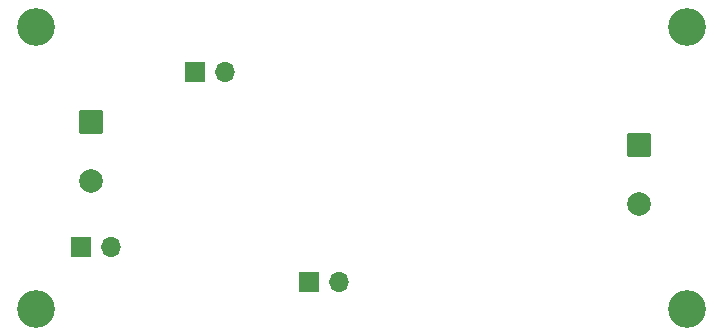
<source format=gbr>
%TF.GenerationSoftware,KiCad,Pcbnew,7.0.9*%
%TF.CreationDate,2023-12-10T23:23:11+01:00*%
%TF.ProjectId,LED Driver,4c454420-4472-4697-9665-722e6b696361,rev?*%
%TF.SameCoordinates,Original*%
%TF.FileFunction,Soldermask,Bot*%
%TF.FilePolarity,Negative*%
%FSLAX46Y46*%
G04 Gerber Fmt 4.6, Leading zero omitted, Abs format (unit mm)*
G04 Created by KiCad (PCBNEW 7.0.9) date 2023-12-10 23:23:11*
%MOMM*%
%LPD*%
G01*
G04 APERTURE LIST*
G04 Aperture macros list*
%AMRoundRect*
0 Rectangle with rounded corners*
0 $1 Rounding radius*
0 $2 $3 $4 $5 $6 $7 $8 $9 X,Y pos of 4 corners*
0 Add a 4 corners polygon primitive as box body*
4,1,4,$2,$3,$4,$5,$6,$7,$8,$9,$2,$3,0*
0 Add four circle primitives for the rounded corners*
1,1,$1+$1,$2,$3*
1,1,$1+$1,$4,$5*
1,1,$1+$1,$6,$7*
1,1,$1+$1,$8,$9*
0 Add four rect primitives between the rounded corners*
20,1,$1+$1,$2,$3,$4,$5,0*
20,1,$1+$1,$4,$5,$6,$7,0*
20,1,$1+$1,$6,$7,$8,$9,0*
20,1,$1+$1,$8,$9,$2,$3,0*%
G04 Aperture macros list end*
%ADD10C,3.200000*%
%ADD11R,1.700000X1.700000*%
%ADD12O,1.700000X1.700000*%
%ADD13RoundRect,0.102000X-0.900000X0.900000X-0.900000X-0.900000X0.900000X-0.900000X0.900000X0.900000X0*%
%ADD14C,2.004000*%
G04 APERTURE END LIST*
D10*
%TO.C,H2*%
X129794000Y-38100000D03*
%TD*%
D11*
%TO.C,J2*%
X78475000Y-56750000D03*
D12*
X81015000Y-56750000D03*
%TD*%
D13*
%TO.C,LED_STRIP_0*%
X125700000Y-48046000D03*
D14*
X125700000Y-53046000D03*
%TD*%
D11*
%TO.C,J1*%
X97785000Y-59690000D03*
D12*
X100325000Y-59690000D03*
%TD*%
D10*
%TO.C,H1*%
X74676000Y-38100000D03*
%TD*%
D11*
%TO.C,J3*%
X88133000Y-41910000D03*
D12*
X90673000Y-41910000D03*
%TD*%
D13*
%TO.C,J4*%
X79300000Y-46100000D03*
D14*
X79300000Y-51100000D03*
%TD*%
D10*
%TO.C,H3*%
X129794000Y-61976000D03*
%TD*%
%TO.C,H4*%
X74676000Y-61976000D03*
%TD*%
M02*

</source>
